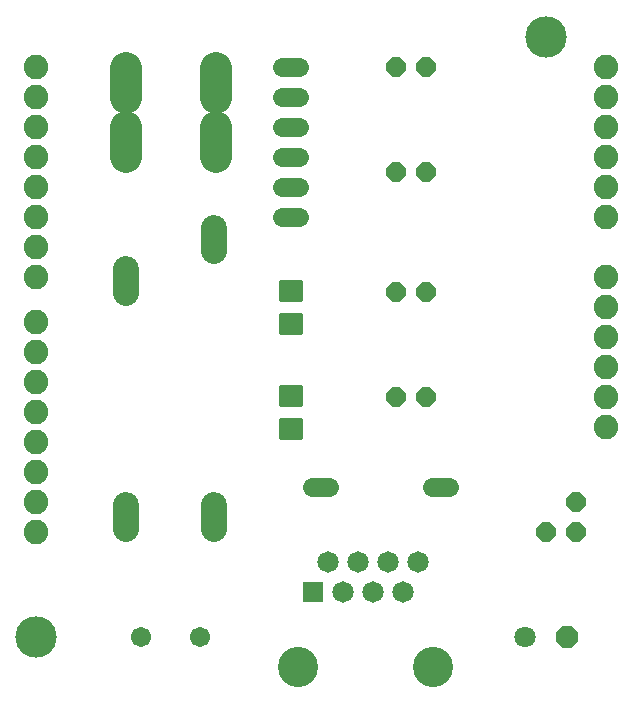
<source format=gts>
G75*
G70*
%OFA0B0*%
%FSLAX24Y24*%
%IPPOS*%
%LPD*%
%AMOC8*
5,1,8,0,0,1.08239X$1,22.5*
%
%ADD10C,0.0820*%
%ADD11C,0.1380*%
%ADD12C,0.0085*%
%ADD13OC8,0.0640*%
%ADD14C,0.0640*%
%ADD15C,0.0674*%
%ADD16C,0.1340*%
%ADD17C,0.0714*%
%ADD18R,0.0714X0.0714*%
%ADD19C,0.0860*%
%ADD20OC8,0.0710*%
%ADD21C,0.0710*%
%ADD22C,0.1080*%
D10*
X001504Y008903D03*
X001504Y009903D03*
X001504Y010903D03*
X001504Y011903D03*
X001504Y012903D03*
X001504Y013903D03*
X001504Y014903D03*
X001504Y015903D03*
X001504Y017403D03*
X001504Y018403D03*
X001504Y019403D03*
X001504Y020403D03*
X001504Y021403D03*
X001504Y022403D03*
X001504Y023403D03*
X001504Y024403D03*
X020504Y024403D03*
X020504Y023403D03*
X020504Y022403D03*
X020504Y021403D03*
X020504Y020403D03*
X020504Y019403D03*
X020504Y017403D03*
X020504Y016403D03*
X020504Y015403D03*
X020504Y014403D03*
X020504Y013403D03*
X020504Y012403D03*
D11*
X001504Y005403D03*
X018504Y025403D03*
D12*
X010356Y017267D02*
X010356Y016641D01*
X009652Y016641D01*
X009652Y017267D01*
X010356Y017267D01*
X010356Y016725D02*
X009652Y016725D01*
X009652Y016809D02*
X010356Y016809D01*
X010356Y016893D02*
X009652Y016893D01*
X009652Y016977D02*
X010356Y016977D01*
X010356Y017061D02*
X009652Y017061D01*
X009652Y017145D02*
X010356Y017145D01*
X010356Y017229D02*
X009652Y017229D01*
X010356Y016164D02*
X010356Y015538D01*
X009652Y015538D01*
X009652Y016164D01*
X010356Y016164D01*
X010356Y015622D02*
X009652Y015622D01*
X009652Y015706D02*
X010356Y015706D01*
X010356Y015790D02*
X009652Y015790D01*
X009652Y015874D02*
X010356Y015874D01*
X010356Y015958D02*
X009652Y015958D01*
X009652Y016042D02*
X010356Y016042D01*
X010356Y016126D02*
X009652Y016126D01*
X010356Y013767D02*
X010356Y013141D01*
X009652Y013141D01*
X009652Y013767D01*
X010356Y013767D01*
X010356Y013225D02*
X009652Y013225D01*
X009652Y013309D02*
X010356Y013309D01*
X010356Y013393D02*
X009652Y013393D01*
X009652Y013477D02*
X010356Y013477D01*
X010356Y013561D02*
X009652Y013561D01*
X009652Y013645D02*
X010356Y013645D01*
X010356Y013729D02*
X009652Y013729D01*
X010356Y012664D02*
X010356Y012038D01*
X009652Y012038D01*
X009652Y012664D01*
X010356Y012664D01*
X010356Y012122D02*
X009652Y012122D01*
X009652Y012206D02*
X010356Y012206D01*
X010356Y012290D02*
X009652Y012290D01*
X009652Y012374D02*
X010356Y012374D01*
X010356Y012458D02*
X009652Y012458D01*
X009652Y012542D02*
X010356Y012542D01*
X010356Y012626D02*
X009652Y012626D01*
D13*
X013504Y013403D03*
X014504Y013403D03*
X014504Y016903D03*
X013504Y016903D03*
X013504Y020903D03*
X014504Y020903D03*
X014504Y024403D03*
X013504Y024403D03*
X019504Y009903D03*
X019504Y008903D03*
X018504Y008903D03*
D14*
X015284Y010403D02*
X014724Y010403D01*
X011284Y010403D02*
X010724Y010403D01*
X010284Y019403D02*
X009724Y019403D01*
X009724Y020403D02*
X010284Y020403D01*
X010284Y021403D02*
X009724Y021403D01*
X009724Y022403D02*
X010284Y022403D01*
X010284Y023403D02*
X009724Y023403D01*
X009724Y024403D02*
X010284Y024403D01*
D15*
X006988Y005403D03*
X005020Y005403D03*
D16*
X010254Y004403D03*
X014754Y004403D03*
D17*
X013754Y006903D03*
X014254Y007903D03*
X013254Y007903D03*
X012754Y006903D03*
X011754Y006903D03*
X012254Y007903D03*
X011254Y007903D03*
D18*
X010754Y006903D03*
D19*
X007454Y009013D02*
X007454Y009793D01*
X004504Y009793D02*
X004504Y009013D01*
X004504Y016883D02*
X004504Y017663D01*
X007454Y018263D02*
X007454Y019043D01*
D20*
X019204Y005403D03*
D21*
X017804Y005403D03*
D22*
X007504Y021418D02*
X007504Y022418D01*
X007504Y023387D02*
X007504Y024387D01*
X004504Y024387D02*
X004504Y023387D01*
X004504Y022418D02*
X004504Y021418D01*
M02*

</source>
